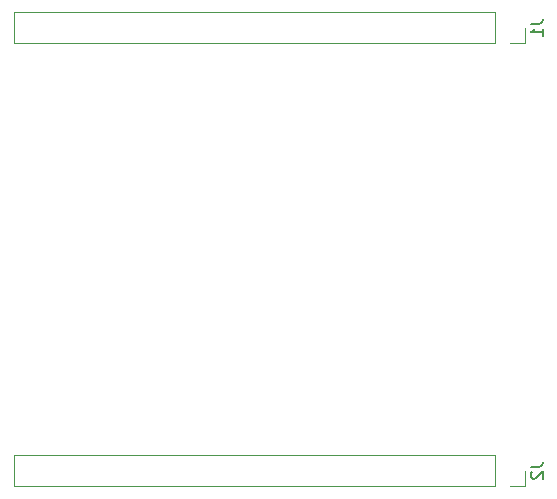
<source format=gbr>
%TF.GenerationSoftware,KiCad,Pcbnew,7.0.10*%
%TF.CreationDate,2024-02-06T22:07:37+01:00*%
%TF.ProjectId,16M2164_Ersatz_16dRAM,31364d32-3136-4345-9f45-727361747a5f,1*%
%TF.SameCoordinates,Original*%
%TF.FileFunction,Legend,Bot*%
%TF.FilePolarity,Positive*%
%FSLAX46Y46*%
G04 Gerber Fmt 4.6, Leading zero omitted, Abs format (unit mm)*
G04 Created by KiCad (PCBNEW 7.0.10) date 2024-02-06 22:07:37*
%MOMM*%
%LPD*%
G01*
G04 APERTURE LIST*
%ADD10C,0.150000*%
%ADD11C,0.120000*%
G04 APERTURE END LIST*
D10*
X184444819Y-119666666D02*
X185159104Y-119666666D01*
X185159104Y-119666666D02*
X185301961Y-119619047D01*
X185301961Y-119619047D02*
X185397200Y-119523809D01*
X185397200Y-119523809D02*
X185444819Y-119380952D01*
X185444819Y-119380952D02*
X185444819Y-119285714D01*
X184540057Y-120095238D02*
X184492438Y-120142857D01*
X184492438Y-120142857D02*
X184444819Y-120238095D01*
X184444819Y-120238095D02*
X184444819Y-120476190D01*
X184444819Y-120476190D02*
X184492438Y-120571428D01*
X184492438Y-120571428D02*
X184540057Y-120619047D01*
X184540057Y-120619047D02*
X184635295Y-120666666D01*
X184635295Y-120666666D02*
X184730533Y-120666666D01*
X184730533Y-120666666D02*
X184873390Y-120619047D01*
X184873390Y-120619047D02*
X185444819Y-120047619D01*
X185444819Y-120047619D02*
X185444819Y-120666666D01*
X184444819Y-82166666D02*
X185159104Y-82166666D01*
X185159104Y-82166666D02*
X185301961Y-82119047D01*
X185301961Y-82119047D02*
X185397200Y-82023809D01*
X185397200Y-82023809D02*
X185444819Y-81880952D01*
X185444819Y-81880952D02*
X185444819Y-81785714D01*
X185444819Y-83166666D02*
X185444819Y-82595238D01*
X185444819Y-82880952D02*
X184444819Y-82880952D01*
X184444819Y-82880952D02*
X184587676Y-82785714D01*
X184587676Y-82785714D02*
X184682914Y-82690476D01*
X184682914Y-82690476D02*
X184730533Y-82595238D01*
D11*
%TO.C,J2*%
X140690000Y-121330000D02*
X140690000Y-118670000D01*
X181390000Y-121330000D02*
X140690000Y-121330000D01*
X181390000Y-121330000D02*
X181390000Y-118670000D01*
X182660000Y-121330000D02*
X183990000Y-121330000D01*
X183990000Y-121330000D02*
X183990000Y-120000000D01*
X181390000Y-118670000D02*
X140690000Y-118670000D01*
%TO.C,J1*%
X140690000Y-83830000D02*
X140690000Y-81170000D01*
X181390000Y-83830000D02*
X140690000Y-83830000D01*
X181390000Y-83830000D02*
X181390000Y-81170000D01*
X182660000Y-83830000D02*
X183990000Y-83830000D01*
X183990000Y-83830000D02*
X183990000Y-82500000D01*
X181390000Y-81170000D02*
X140690000Y-81170000D01*
%TD*%
M02*

</source>
